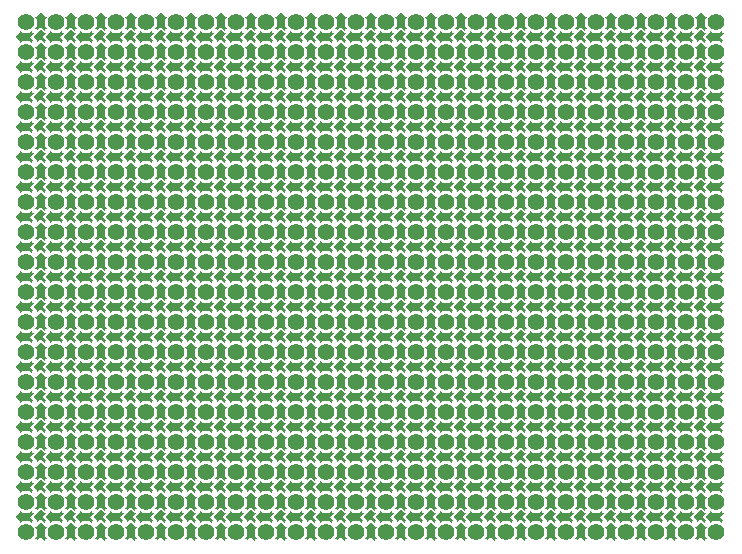
<source format=gbr>
G04 #@! TF.GenerationSoftware,KiCad,Pcbnew,9.0.1*
G04 #@! TF.CreationDate,2025-05-07T00:14:45-04:00*
G04 #@! TF.ProjectId,matrix-protoboard_18x24,6d617472-6978-42d7-9072-6f746f626f61,rev?*
G04 #@! TF.SameCoordinates,Original*
G04 #@! TF.FileFunction,Copper,L2,Bot*
G04 #@! TF.FilePolarity,Positive*
%FSLAX46Y46*%
G04 Gerber Fmt 4.6, Leading zero omitted, Abs format (unit mm)*
G04 Created by KiCad (PCBNEW 9.0.1) date 2025-05-07 00:14:45*
%MOMM*%
%LPD*%
G01*
G04 APERTURE LIST*
G04 Aperture macros list*
%AMFreePoly0*
4,1,38,0.000354,0.765354,0.325208,0.440500,0.550000,0.440500,0.550354,0.440354,0.550500,0.440000,0.550354,0.439646,0.350500,0.239792,0.350500,-0.359792,0.550354,-0.559646,0.550500,-0.560000,0.550354,-0.560354,0.550000,-0.560500,0.338500,-0.560500,0.338500,-0.763000,0.338354,-0.763354,0.338000,-0.763500,0.337646,-0.763354,-0.000208,-0.425500,-0.009792,-0.425500,-0.347646,-0.763354,
-0.348000,-0.763500,-0.348354,-0.763354,-0.348500,-0.763000,-0.348500,-0.560500,-0.550000,-0.560500,-0.550354,-0.560354,-0.550500,-0.560000,-0.550354,-0.559646,-0.350500,-0.359792,-0.350500,0.239792,-0.550354,0.439646,-0.550500,0.440000,-0.550354,0.440354,-0.550000,0.440500,-0.325208,0.440500,-0.000354,0.765354,0.000000,0.765500,0.000354,0.765354,0.000354,0.765354,$1*%
%AMFreePoly1*
4,1,28,0.060354,0.560354,0.357208,0.263500,0.583000,0.263500,0.583354,0.263354,0.583500,0.263000,0.583354,0.262646,0.235708,-0.085000,0.582354,-0.431646,0.582500,-0.432000,0.582354,-0.432354,0.582000,-0.432500,0.407500,-0.432500,0.407500,-0.607000,0.407354,-0.607354,0.407000,-0.607500,0.406646,-0.607354,0.060000,-0.260708,-0.287646,-0.608354,-0.288000,-0.608500,-0.288354,-0.608354,
-0.288500,-0.608000,-0.288500,-0.382208,-0.585354,-0.085354,-0.585500,-0.085000,-0.585354,-0.084646,0.059646,0.560354,0.060000,0.560500,0.060354,0.560354,0.060354,0.560354,$1*%
G04 Aperture macros list end*
G04 #@! TA.AperFunction,SMDPad,CuDef*
%ADD10FreePoly0,0.000000*%
G04 #@! TD*
G04 #@! TA.AperFunction,ComponentPad*
%ADD11C,1.400000*%
G04 #@! TD*
G04 #@! TA.AperFunction,SMDPad,CuDef*
%ADD12FreePoly0,90.000000*%
G04 #@! TD*
G04 #@! TA.AperFunction,SMDPad,CuDef*
%ADD13FreePoly1,0.000000*%
G04 #@! TD*
G04 APERTURE END LIST*
D10*
X120550000Y-111790000D03*
D11*
X98960000Y-83910000D03*
D10*
X95150000Y-71150000D03*
D12*
X91280000Y-82640000D03*
D11*
X111660000Y-101690000D03*
D12*
X131920000Y-97880000D03*
D13*
X97630000Y-77475000D03*
D12*
X96360000Y-100420000D03*
D11*
X116740000Y-81370000D03*
D13*
X138270000Y-97795000D03*
D11*
X96420000Y-83910000D03*
D12*
X106520000Y-87720000D03*
X126840000Y-108040000D03*
D13*
X128110000Y-100335000D03*
D11*
X91340000Y-76290000D03*
X104040000Y-106770000D03*
D13*
X87470000Y-95255000D03*
D11*
X83720000Y-106770000D03*
X111660000Y-68670000D03*
D10*
X97690000Y-106710000D03*
D13*
X133190000Y-77475000D03*
D12*
X88740000Y-82640000D03*
X111600000Y-72480000D03*
D11*
X91340000Y-71210000D03*
D12*
X83660000Y-69940000D03*
D11*
X111660000Y-83910000D03*
X93880000Y-111850000D03*
D13*
X110330000Y-102875000D03*
D10*
X125630000Y-86390000D03*
D13*
X105250000Y-85095000D03*
D11*
X91340000Y-78830000D03*
D10*
X138330000Y-76230000D03*
D11*
X126900000Y-99150000D03*
D10*
X92610000Y-76230000D03*
D12*
X111600000Y-80100000D03*
D11*
X131980000Y-96610000D03*
D10*
X130710000Y-71150000D03*
X95150000Y-101630000D03*
D13*
X87470000Y-69855000D03*
D11*
X129440000Y-91530000D03*
D12*
X86200000Y-75020000D03*
D11*
X111660000Y-86450000D03*
D13*
X125570000Y-100335000D03*
D10*
X110390000Y-104170000D03*
X105310000Y-94010000D03*
D13*
X115410000Y-107955000D03*
D11*
X101500000Y-101690000D03*
D12*
X114140000Y-102960000D03*
X129380000Y-97880000D03*
D10*
X107850000Y-81310000D03*
D13*
X115410000Y-85095000D03*
D11*
X91340000Y-73750000D03*
D10*
X105310000Y-96550000D03*
D13*
X125570000Y-72395000D03*
D10*
X87530000Y-99090000D03*
X112930000Y-83850000D03*
D12*
X93820000Y-69940000D03*
X126840000Y-85180000D03*
D10*
X138330000Y-106710000D03*
D11*
X106580000Y-86450000D03*
D13*
X130650000Y-95255000D03*
X102710000Y-95255000D03*
X117950000Y-77475000D03*
D12*
X106520000Y-77560000D03*
X129380000Y-77560000D03*
D13*
X125570000Y-102875000D03*
D12*
X93820000Y-75020000D03*
D13*
X120490000Y-105415000D03*
D11*
X93880000Y-68670000D03*
D12*
X142080000Y-110580000D03*
X121760000Y-80100000D03*
D10*
X84990000Y-86390000D03*
X140870000Y-91470000D03*
D11*
X86260000Y-101690000D03*
X139600000Y-96610000D03*
D12*
X121760000Y-75020000D03*
X98900000Y-77560000D03*
D10*
X97690000Y-73690000D03*
X84990000Y-91470000D03*
D12*
X96360000Y-69940000D03*
D13*
X100170000Y-105415000D03*
D12*
X124300000Y-100420000D03*
D13*
X105250000Y-90175000D03*
D10*
X84990000Y-94010000D03*
D12*
X91280000Y-87720000D03*
D13*
X95090000Y-74935000D03*
D12*
X129380000Y-82640000D03*
D11*
X86260000Y-111850000D03*
X93880000Y-86450000D03*
X83720000Y-96610000D03*
D12*
X121760000Y-77560000D03*
X139540000Y-69940000D03*
D13*
X140810000Y-110495000D03*
D11*
X126900000Y-111850000D03*
D10*
X140870000Y-101630000D03*
D12*
X114140000Y-85180000D03*
D13*
X128110000Y-90175000D03*
D12*
X119220000Y-90260000D03*
D10*
X107850000Y-111790000D03*
D11*
X96420000Y-109310000D03*
D13*
X120490000Y-90175000D03*
X120490000Y-82555000D03*
X105250000Y-105415000D03*
X110330000Y-80015000D03*
D11*
X106580000Y-81370000D03*
D10*
X90070000Y-83850000D03*
X120550000Y-104170000D03*
D11*
X126900000Y-81370000D03*
D10*
X128170000Y-111790000D03*
X97690000Y-99090000D03*
D12*
X111600000Y-75020000D03*
D10*
X123090000Y-94010000D03*
D12*
X124300000Y-75020000D03*
D11*
X121820000Y-96610000D03*
X124360000Y-83910000D03*
D10*
X84990000Y-99090000D03*
D12*
X124300000Y-82640000D03*
X129380000Y-87720000D03*
D11*
X101500000Y-104230000D03*
D10*
X105310000Y-83850000D03*
X102770000Y-73690000D03*
D11*
X106580000Y-73750000D03*
D10*
X118010000Y-78770000D03*
D12*
X98900000Y-87720000D03*
D13*
X135730000Y-74935000D03*
D10*
X138330000Y-86390000D03*
D13*
X128110000Y-72395000D03*
X105250000Y-100335000D03*
D10*
X84990000Y-109250000D03*
X112930000Y-96550000D03*
D12*
X83660000Y-110580000D03*
X126840000Y-110580000D03*
D10*
X118010000Y-81310000D03*
D12*
X131920000Y-95340000D03*
D11*
X137060000Y-68670000D03*
X131980000Y-104230000D03*
D10*
X87530000Y-73690000D03*
X133250000Y-99090000D03*
D12*
X137000000Y-77560000D03*
D13*
X100170000Y-107955000D03*
D11*
X114200000Y-96610000D03*
D12*
X106520000Y-105500000D03*
D11*
X83720000Y-104230000D03*
D13*
X92550000Y-100335000D03*
D10*
X135790000Y-83850000D03*
X115470000Y-76230000D03*
D13*
X115410000Y-74935000D03*
D11*
X93880000Y-88990000D03*
D10*
X140870000Y-111790000D03*
D13*
X120490000Y-87635000D03*
X112870000Y-77475000D03*
D10*
X97690000Y-111790000D03*
X105310000Y-71150000D03*
D12*
X88740000Y-87720000D03*
D11*
X91340000Y-86450000D03*
D12*
X116680000Y-82640000D03*
X134460000Y-97880000D03*
D11*
X139600000Y-99150000D03*
D12*
X101440000Y-110580000D03*
D13*
X117950000Y-107955000D03*
D10*
X118010000Y-94010000D03*
D12*
X109060000Y-77560000D03*
X131920000Y-75020000D03*
D10*
X123090000Y-71150000D03*
D11*
X116740000Y-109310000D03*
D10*
X115470000Y-99090000D03*
D12*
X111600000Y-102960000D03*
D10*
X133250000Y-91470000D03*
D11*
X126900000Y-109310000D03*
D12*
X91280000Y-72480000D03*
D11*
X142140000Y-73750000D03*
D13*
X87470000Y-102875000D03*
D11*
X106580000Y-94070000D03*
D12*
X86200000Y-95340000D03*
D10*
X92610000Y-88930000D03*
D12*
X98900000Y-80100000D03*
X106520000Y-80100000D03*
X111600000Y-87720000D03*
X142080000Y-97880000D03*
X116680000Y-105500000D03*
D10*
X115470000Y-86390000D03*
X118010000Y-109250000D03*
X138330000Y-71150000D03*
D12*
X131920000Y-90260000D03*
D13*
X84930000Y-97795000D03*
X95090000Y-107955000D03*
D10*
X112930000Y-106710000D03*
D11*
X116740000Y-91530000D03*
D12*
X134460000Y-92800000D03*
D11*
X142140000Y-104230000D03*
D12*
X106520000Y-100420000D03*
X119220000Y-108040000D03*
D11*
X106580000Y-99150000D03*
D10*
X102770000Y-106710000D03*
D13*
X123030000Y-72395000D03*
D11*
X109120000Y-104230000D03*
X129440000Y-83910000D03*
X114200000Y-91530000D03*
D10*
X102770000Y-81310000D03*
X110390000Y-83850000D03*
D11*
X86260000Y-96610000D03*
D12*
X131920000Y-108040000D03*
D10*
X128170000Y-73690000D03*
D11*
X131980000Y-76290000D03*
X131980000Y-99150000D03*
D10*
X92610000Y-91470000D03*
D13*
X97630000Y-92715000D03*
D11*
X91340000Y-96610000D03*
X98960000Y-106770000D03*
D10*
X95150000Y-68610000D03*
D12*
X96360000Y-105500000D03*
D10*
X95150000Y-96550000D03*
D13*
X110330000Y-92715000D03*
D12*
X91280000Y-69940000D03*
D11*
X96420000Y-91530000D03*
X96420000Y-68670000D03*
X119280000Y-83910000D03*
D12*
X116680000Y-72480000D03*
D10*
X120550000Y-71150000D03*
D13*
X87470000Y-72395000D03*
D12*
X131920000Y-82640000D03*
D10*
X110390000Y-94010000D03*
X107850000Y-88930000D03*
D13*
X123030000Y-85095000D03*
D11*
X104040000Y-71210000D03*
D13*
X84930000Y-105415000D03*
D12*
X124300000Y-85180000D03*
X119220000Y-97880000D03*
D13*
X138270000Y-92715000D03*
D11*
X83720000Y-83910000D03*
X129440000Y-99150000D03*
D13*
X102710000Y-102875000D03*
D10*
X120550000Y-96550000D03*
D12*
X111600000Y-97880000D03*
D11*
X104040000Y-73750000D03*
X109120000Y-81370000D03*
D12*
X137000000Y-90260000D03*
D13*
X107790000Y-87635000D03*
D11*
X114200000Y-99150000D03*
D10*
X118010000Y-71150000D03*
D12*
X93820000Y-97880000D03*
D10*
X95150000Y-99090000D03*
D11*
X124360000Y-73750000D03*
D12*
X101440000Y-108040000D03*
X142080000Y-85180000D03*
D13*
X110330000Y-95255000D03*
X107790000Y-69855000D03*
X140810000Y-74935000D03*
D11*
X98960000Y-68670000D03*
X142140000Y-109310000D03*
D13*
X135730000Y-107955000D03*
D10*
X118010000Y-96550000D03*
D13*
X120490000Y-107955000D03*
X97630000Y-100335000D03*
D10*
X112930000Y-99090000D03*
D12*
X98900000Y-102960000D03*
D13*
X107790000Y-107955000D03*
D10*
X135790000Y-99090000D03*
X87530000Y-111790000D03*
D11*
X121820000Y-106770000D03*
X114200000Y-101690000D03*
D10*
X130710000Y-106710000D03*
X107850000Y-76230000D03*
D12*
X142080000Y-95340000D03*
X86200000Y-80100000D03*
D11*
X119280000Y-99150000D03*
D12*
X139540000Y-105500000D03*
D10*
X105310000Y-73690000D03*
D13*
X128110000Y-92715000D03*
D10*
X102770000Y-109250000D03*
X87530000Y-109250000D03*
X107850000Y-73690000D03*
D11*
X129440000Y-96610000D03*
D10*
X102770000Y-99090000D03*
X123090000Y-106710000D03*
D12*
X124300000Y-108040000D03*
D13*
X105250000Y-77475000D03*
D12*
X101440000Y-95340000D03*
X116680000Y-90260000D03*
X98900000Y-85180000D03*
D13*
X92550000Y-97795000D03*
X107790000Y-74935000D03*
D10*
X128170000Y-101630000D03*
X120550000Y-91470000D03*
D11*
X101500000Y-83910000D03*
D10*
X125630000Y-78770000D03*
D12*
X131920000Y-105500000D03*
X103980000Y-100420000D03*
D11*
X137060000Y-104230000D03*
X142140000Y-94070000D03*
X91340000Y-106770000D03*
D10*
X92610000Y-86390000D03*
D11*
X142140000Y-88990000D03*
X111660000Y-104230000D03*
D10*
X140870000Y-99090000D03*
D13*
X95090000Y-87635000D03*
X138270000Y-110495000D03*
D12*
X91280000Y-75020000D03*
D13*
X138270000Y-72395000D03*
X135730000Y-87635000D03*
D10*
X120550000Y-78770000D03*
D12*
X139540000Y-95340000D03*
X103980000Y-80100000D03*
X101440000Y-87720000D03*
X126840000Y-80100000D03*
D11*
X139600000Y-78830000D03*
D13*
X87470000Y-100335000D03*
X84930000Y-95255000D03*
D12*
X131920000Y-87720000D03*
X109060000Y-85180000D03*
D11*
X126900000Y-71210000D03*
D10*
X87530000Y-71150000D03*
D12*
X98900000Y-82640000D03*
X106520000Y-90260000D03*
X114140000Y-72480000D03*
D13*
X125570000Y-107955000D03*
D11*
X101500000Y-111850000D03*
D10*
X125630000Y-96550000D03*
D12*
X116680000Y-80100000D03*
D13*
X115410000Y-87635000D03*
D12*
X114140000Y-75020000D03*
D10*
X128170000Y-86390000D03*
D11*
X104040000Y-76290000D03*
D13*
X123030000Y-80015000D03*
D11*
X83720000Y-86450000D03*
X116740000Y-99150000D03*
X119280000Y-101690000D03*
D12*
X91280000Y-90260000D03*
D11*
X137060000Y-106770000D03*
D10*
X135790000Y-101630000D03*
D13*
X100170000Y-72395000D03*
D11*
X111660000Y-96610000D03*
X91340000Y-101690000D03*
D10*
X110390000Y-96550000D03*
D11*
X93880000Y-101690000D03*
D13*
X102710000Y-80015000D03*
X138270000Y-77475000D03*
D11*
X119280000Y-71210000D03*
D10*
X112930000Y-86390000D03*
X95150000Y-86390000D03*
D12*
X139540000Y-97880000D03*
D10*
X115470000Y-83850000D03*
X84990000Y-88930000D03*
D13*
X84930000Y-92715000D03*
D10*
X140870000Y-94010000D03*
D12*
X98900000Y-75020000D03*
D13*
X117950000Y-95255000D03*
D10*
X105310000Y-68610000D03*
X125630000Y-104170000D03*
X92610000Y-73690000D03*
D13*
X84930000Y-102875000D03*
D12*
X88740000Y-69940000D03*
D10*
X133250000Y-71150000D03*
D13*
X100170000Y-80015000D03*
D10*
X112930000Y-91470000D03*
D11*
X98960000Y-91530000D03*
D12*
X139540000Y-90260000D03*
D10*
X140870000Y-78770000D03*
D12*
X86200000Y-105500000D03*
D13*
X90010000Y-80015000D03*
D12*
X116680000Y-92800000D03*
X88740000Y-90260000D03*
X134460000Y-100420000D03*
D13*
X97630000Y-97795000D03*
D11*
X111660000Y-99150000D03*
D10*
X123090000Y-109250000D03*
D11*
X137060000Y-94070000D03*
D10*
X125630000Y-101630000D03*
D12*
X88740000Y-72480000D03*
D11*
X111660000Y-94070000D03*
D10*
X92610000Y-81310000D03*
D11*
X137060000Y-86450000D03*
X106580000Y-71210000D03*
D12*
X91280000Y-97880000D03*
D13*
X90010000Y-87635000D03*
D10*
X107850000Y-94010000D03*
D13*
X117950000Y-97795000D03*
X90010000Y-95255000D03*
D11*
X116740000Y-83910000D03*
D13*
X112870000Y-95255000D03*
D12*
X98900000Y-105500000D03*
D11*
X131980000Y-71210000D03*
D13*
X100170000Y-92715000D03*
D11*
X96420000Y-73750000D03*
D10*
X105310000Y-78770000D03*
X110390000Y-73690000D03*
X120550000Y-109250000D03*
D12*
X142080000Y-82640000D03*
D10*
X125630000Y-109250000D03*
X92610000Y-109250000D03*
X84990000Y-96550000D03*
D11*
X91340000Y-91530000D03*
D13*
X97630000Y-105415000D03*
D12*
X96360000Y-77560000D03*
D11*
X98960000Y-94070000D03*
D10*
X90070000Y-81310000D03*
X107850000Y-109250000D03*
D12*
X96360000Y-110580000D03*
D13*
X133190000Y-92715000D03*
X87470000Y-92715000D03*
D10*
X100230000Y-96550000D03*
X130710000Y-111790000D03*
D13*
X110330000Y-82555000D03*
D11*
X119280000Y-76290000D03*
D13*
X107790000Y-77475000D03*
D11*
X126900000Y-101690000D03*
D13*
X117950000Y-82555000D03*
X130650000Y-105415000D03*
D10*
X125630000Y-111790000D03*
D12*
X91280000Y-102960000D03*
X124300000Y-87720000D03*
X131920000Y-72480000D03*
D13*
X117950000Y-87635000D03*
D10*
X130710000Y-91470000D03*
D11*
X98960000Y-71210000D03*
D13*
X92550000Y-95255000D03*
D11*
X109120000Y-78830000D03*
D10*
X90070000Y-86390000D03*
D13*
X135730000Y-102875000D03*
D10*
X115470000Y-106710000D03*
D12*
X114140000Y-90260000D03*
D11*
X88800000Y-68670000D03*
D10*
X135790000Y-109250000D03*
X140870000Y-104170000D03*
D11*
X139600000Y-86450000D03*
D12*
X96360000Y-92800000D03*
D10*
X105310000Y-76230000D03*
X97690000Y-76230000D03*
D13*
X125570000Y-97795000D03*
D11*
X142140000Y-71210000D03*
D12*
X129380000Y-102960000D03*
X86200000Y-82640000D03*
X121760000Y-105500000D03*
D11*
X106580000Y-111850000D03*
D12*
X103980000Y-77560000D03*
D13*
X133190000Y-95255000D03*
D12*
X98900000Y-95340000D03*
X91280000Y-100420000D03*
D11*
X139600000Y-91530000D03*
D13*
X130650000Y-72395000D03*
X125570000Y-74935000D03*
D10*
X135790000Y-86390000D03*
D12*
X83660000Y-90260000D03*
D11*
X121820000Y-109310000D03*
X83720000Y-73750000D03*
D12*
X111600000Y-105500000D03*
X93820000Y-77560000D03*
D11*
X104040000Y-68670000D03*
X88800000Y-109310000D03*
D10*
X140870000Y-88930000D03*
D11*
X101500000Y-109310000D03*
X134520000Y-68670000D03*
D12*
X139540000Y-82640000D03*
X134460000Y-87720000D03*
D11*
X109120000Y-68670000D03*
D13*
X107790000Y-72395000D03*
D10*
X123090000Y-104170000D03*
D11*
X129440000Y-94070000D03*
X134520000Y-71210000D03*
X137060000Y-81370000D03*
D13*
X87470000Y-110495000D03*
D12*
X116680000Y-97880000D03*
D13*
X112870000Y-97795000D03*
D10*
X115470000Y-111790000D03*
D11*
X111660000Y-73750000D03*
D12*
X103980000Y-85180000D03*
X98900000Y-100420000D03*
D11*
X129440000Y-73750000D03*
D12*
X93820000Y-102960000D03*
D13*
X125570000Y-80015000D03*
D11*
X114200000Y-106770000D03*
D12*
X119220000Y-95340000D03*
D11*
X114200000Y-71210000D03*
D12*
X121760000Y-87720000D03*
X114140000Y-87720000D03*
X88740000Y-75020000D03*
X121760000Y-110580000D03*
D13*
X128110000Y-87635000D03*
X90010000Y-105415000D03*
D11*
X142140000Y-106770000D03*
D10*
X112930000Y-71150000D03*
D12*
X109060000Y-102960000D03*
D10*
X138330000Y-73690000D03*
D12*
X88740000Y-77560000D03*
D11*
X111660000Y-78830000D03*
X142140000Y-68670000D03*
D13*
X92550000Y-107955000D03*
X100170000Y-85095000D03*
D11*
X116740000Y-73750000D03*
D12*
X103980000Y-69940000D03*
D10*
X110390000Y-101630000D03*
D12*
X116680000Y-85180000D03*
D10*
X100230000Y-86390000D03*
D13*
X125570000Y-85095000D03*
D11*
X139600000Y-88990000D03*
D12*
X109060000Y-110580000D03*
D10*
X125630000Y-68610000D03*
D13*
X105250000Y-95255000D03*
D12*
X86200000Y-100420000D03*
X101440000Y-105500000D03*
D11*
X101500000Y-106770000D03*
D12*
X126840000Y-102960000D03*
D10*
X97690000Y-83850000D03*
D13*
X97630000Y-69855000D03*
D11*
X111660000Y-106770000D03*
D10*
X133250000Y-73690000D03*
D11*
X124360000Y-104230000D03*
D10*
X133250000Y-109250000D03*
D11*
X139600000Y-101690000D03*
D12*
X134460000Y-90260000D03*
D13*
X97630000Y-72395000D03*
D10*
X118010000Y-73690000D03*
X110390000Y-76230000D03*
X95150000Y-106710000D03*
X95150000Y-111790000D03*
D12*
X114140000Y-80100000D03*
D13*
X112870000Y-82555000D03*
X138270000Y-105415000D03*
D12*
X101440000Y-69940000D03*
X142080000Y-108040000D03*
X142080000Y-80100000D03*
D10*
X115470000Y-91470000D03*
X115470000Y-88930000D03*
X84990000Y-73690000D03*
D13*
X97630000Y-87635000D03*
D12*
X109060000Y-90260000D03*
D11*
X129440000Y-78830000D03*
D13*
X112870000Y-74935000D03*
X133190000Y-100335000D03*
X125570000Y-77475000D03*
D11*
X139600000Y-106770000D03*
X88800000Y-78830000D03*
X88800000Y-91530000D03*
D13*
X128110000Y-97795000D03*
D11*
X104040000Y-78830000D03*
X96420000Y-94070000D03*
X142140000Y-91530000D03*
X116740000Y-104230000D03*
D10*
X112930000Y-78770000D03*
X130710000Y-83850000D03*
X115470000Y-68610000D03*
D11*
X93880000Y-94070000D03*
X114200000Y-88990000D03*
X104040000Y-104230000D03*
D13*
X95090000Y-77475000D03*
X133190000Y-72395000D03*
X117950000Y-105415000D03*
D12*
X126840000Y-92800000D03*
D13*
X105250000Y-80015000D03*
D10*
X102770000Y-94010000D03*
X95150000Y-109250000D03*
D12*
X103980000Y-90260000D03*
D13*
X90010000Y-77475000D03*
X84930000Y-90175000D03*
D10*
X123090000Y-86390000D03*
D13*
X100170000Y-74935000D03*
X105250000Y-69855000D03*
D11*
X126900000Y-76290000D03*
D13*
X102710000Y-110495000D03*
D10*
X105310000Y-109250000D03*
D11*
X139600000Y-83910000D03*
X121820000Y-111850000D03*
X121820000Y-81370000D03*
X134520000Y-94070000D03*
D13*
X125570000Y-90175000D03*
X123030000Y-100335000D03*
X105250000Y-74935000D03*
D10*
X102770000Y-68610000D03*
D12*
X101440000Y-85180000D03*
D11*
X111660000Y-76290000D03*
D10*
X107850000Y-96550000D03*
D12*
X137000000Y-110580000D03*
X139540000Y-72480000D03*
X83660000Y-97880000D03*
X96360000Y-90260000D03*
X142080000Y-100420000D03*
D10*
X133250000Y-81310000D03*
D12*
X121760000Y-82640000D03*
D13*
X90010000Y-100335000D03*
X100170000Y-90175000D03*
D12*
X86200000Y-97880000D03*
D10*
X102770000Y-76230000D03*
D12*
X111600000Y-108040000D03*
D11*
X83720000Y-71210000D03*
X142140000Y-101690000D03*
D13*
X135730000Y-82555000D03*
D11*
X126900000Y-94070000D03*
X119280000Y-88990000D03*
D10*
X97690000Y-88930000D03*
D13*
X92550000Y-92715000D03*
D11*
X121820000Y-73750000D03*
X88800000Y-94070000D03*
X101500000Y-99150000D03*
D10*
X102770000Y-83850000D03*
D12*
X139540000Y-92800000D03*
D11*
X83720000Y-78830000D03*
D12*
X126840000Y-72480000D03*
D10*
X95150000Y-91470000D03*
D12*
X86200000Y-108040000D03*
D11*
X124360000Y-86450000D03*
D10*
X102770000Y-88930000D03*
D13*
X110330000Y-105415000D03*
D12*
X121760000Y-100420000D03*
X83660000Y-77560000D03*
D13*
X95090000Y-85095000D03*
D10*
X84990000Y-68610000D03*
D11*
X86260000Y-83910000D03*
D13*
X110330000Y-72395000D03*
X84930000Y-74935000D03*
D11*
X139600000Y-81370000D03*
D10*
X135790000Y-78770000D03*
D13*
X90010000Y-85095000D03*
D10*
X112930000Y-81310000D03*
D12*
X88740000Y-80100000D03*
D11*
X83720000Y-111850000D03*
X96420000Y-111850000D03*
X124360000Y-111850000D03*
D10*
X97690000Y-86390000D03*
D12*
X114140000Y-77560000D03*
X106520000Y-72480000D03*
X96360000Y-87720000D03*
D13*
X140810000Y-87635000D03*
D12*
X91280000Y-85180000D03*
D11*
X88800000Y-83910000D03*
D13*
X95090000Y-80015000D03*
X130650000Y-102875000D03*
D11*
X131980000Y-88990000D03*
X93880000Y-104230000D03*
D12*
X119220000Y-75020000D03*
X137000000Y-75020000D03*
D13*
X120490000Y-100335000D03*
X128110000Y-102875000D03*
X125570000Y-82555000D03*
D11*
X114200000Y-111850000D03*
D12*
X106520000Y-95340000D03*
D11*
X134520000Y-83910000D03*
X126900000Y-96610000D03*
X83720000Y-81370000D03*
D13*
X92550000Y-74935000D03*
D10*
X95150000Y-94010000D03*
D12*
X134460000Y-77560000D03*
X121760000Y-90260000D03*
D13*
X117950000Y-74935000D03*
D12*
X114140000Y-108040000D03*
D11*
X134520000Y-78830000D03*
D13*
X102710000Y-90175000D03*
D12*
X124300000Y-72480000D03*
D11*
X131980000Y-106770000D03*
D10*
X100230000Y-68610000D03*
D11*
X134520000Y-88990000D03*
D10*
X133250000Y-96550000D03*
D13*
X120490000Y-92715000D03*
D12*
X93820000Y-95340000D03*
D13*
X97630000Y-95255000D03*
D11*
X142140000Y-83910000D03*
D12*
X96360000Y-95340000D03*
D13*
X92550000Y-85095000D03*
D10*
X110390000Y-111790000D03*
D13*
X100170000Y-110495000D03*
D11*
X101500000Y-76290000D03*
D10*
X138330000Y-68610000D03*
D13*
X100170000Y-87635000D03*
D12*
X137000000Y-97880000D03*
D11*
X134520000Y-111850000D03*
D12*
X124300000Y-105500000D03*
D11*
X106580000Y-96610000D03*
D12*
X126840000Y-90260000D03*
D13*
X138270000Y-80015000D03*
D10*
X133250000Y-86390000D03*
D13*
X102710000Y-97795000D03*
D12*
X109060000Y-69940000D03*
D11*
X134520000Y-86450000D03*
D13*
X84930000Y-82555000D03*
X130650000Y-85095000D03*
D11*
X96420000Y-88990000D03*
X101500000Y-78830000D03*
D10*
X130710000Y-81310000D03*
X112930000Y-101630000D03*
D13*
X90010000Y-74935000D03*
D11*
X124360000Y-76290000D03*
D10*
X138330000Y-81310000D03*
D11*
X86260000Y-109310000D03*
D13*
X107790000Y-97795000D03*
D12*
X131920000Y-85180000D03*
D10*
X102770000Y-86390000D03*
D11*
X88800000Y-111850000D03*
D10*
X90070000Y-78770000D03*
X125630000Y-106710000D03*
D11*
X139600000Y-71210000D03*
D12*
X131920000Y-77560000D03*
X111600000Y-77560000D03*
X101440000Y-102960000D03*
D13*
X112870000Y-110495000D03*
D12*
X83660000Y-92800000D03*
D10*
X128170000Y-68610000D03*
D12*
X83660000Y-75020000D03*
D11*
X101500000Y-71210000D03*
D13*
X110330000Y-87635000D03*
D10*
X133250000Y-94010000D03*
X100230000Y-111790000D03*
D12*
X126840000Y-87720000D03*
D10*
X115470000Y-73690000D03*
X97690000Y-91470000D03*
D11*
X134520000Y-99150000D03*
D13*
X95090000Y-97795000D03*
D10*
X102770000Y-104170000D03*
X87530000Y-101630000D03*
D12*
X86200000Y-85180000D03*
D11*
X134520000Y-106770000D03*
D10*
X90070000Y-96550000D03*
D12*
X134460000Y-75020000D03*
D11*
X137060000Y-99150000D03*
X116740000Y-76290000D03*
D10*
X135790000Y-81310000D03*
D13*
X107790000Y-82555000D03*
D12*
X134460000Y-110580000D03*
D11*
X114200000Y-86450000D03*
X124360000Y-106770000D03*
X101500000Y-81370000D03*
D12*
X134460000Y-102960000D03*
D10*
X95150000Y-104170000D03*
D13*
X120490000Y-80015000D03*
D11*
X109120000Y-109310000D03*
D12*
X83660000Y-102960000D03*
X116680000Y-102960000D03*
D13*
X115410000Y-72395000D03*
D10*
X140870000Y-109250000D03*
D12*
X139540000Y-87720000D03*
D13*
X105250000Y-97795000D03*
D11*
X134520000Y-101690000D03*
D13*
X135730000Y-100335000D03*
D10*
X110390000Y-86390000D03*
D11*
X83720000Y-94070000D03*
X129440000Y-101690000D03*
D10*
X138330000Y-111790000D03*
D11*
X131980000Y-83910000D03*
D10*
X125630000Y-71150000D03*
D11*
X96420000Y-106770000D03*
X104040000Y-88990000D03*
D13*
X112870000Y-102875000D03*
X110330000Y-74935000D03*
D11*
X101500000Y-96610000D03*
D13*
X117950000Y-92715000D03*
D11*
X83720000Y-101690000D03*
D13*
X84930000Y-110495000D03*
X128110000Y-74935000D03*
X135730000Y-92715000D03*
X115410000Y-90175000D03*
X130650000Y-74935000D03*
D10*
X120550000Y-106710000D03*
X92610000Y-96550000D03*
X100230000Y-76230000D03*
D12*
X137000000Y-102960000D03*
D11*
X86260000Y-91530000D03*
X86260000Y-73750000D03*
D13*
X120490000Y-97795000D03*
X138270000Y-95255000D03*
X135730000Y-97795000D03*
D12*
X124300000Y-97880000D03*
D10*
X115470000Y-101630000D03*
D12*
X91280000Y-95340000D03*
D13*
X115410000Y-80015000D03*
X87470000Y-77475000D03*
D12*
X111600000Y-69940000D03*
X101440000Y-77560000D03*
X83660000Y-85180000D03*
D10*
X130710000Y-88930000D03*
D11*
X139600000Y-111850000D03*
D12*
X129380000Y-90260000D03*
X116680000Y-69940000D03*
X131920000Y-102960000D03*
D13*
X110330000Y-97795000D03*
D12*
X98900000Y-90260000D03*
D13*
X133190000Y-82555000D03*
D11*
X114200000Y-81370000D03*
D12*
X98900000Y-69940000D03*
D11*
X116740000Y-78830000D03*
D13*
X90010000Y-110495000D03*
D11*
X131980000Y-81370000D03*
D10*
X100230000Y-83850000D03*
D11*
X109120000Y-99150000D03*
D13*
X117950000Y-72395000D03*
D10*
X125630000Y-76230000D03*
X133250000Y-106710000D03*
D12*
X101440000Y-80100000D03*
D10*
X123090000Y-78770000D03*
X100230000Y-109250000D03*
D11*
X91340000Y-88990000D03*
X124360000Y-99150000D03*
D10*
X112930000Y-104170000D03*
D11*
X96420000Y-99150000D03*
D10*
X84990000Y-81310000D03*
D11*
X93880000Y-91530000D03*
D12*
X88740000Y-108040000D03*
D10*
X110390000Y-78770000D03*
D13*
X107790000Y-105415000D03*
X115410000Y-105415000D03*
D11*
X124360000Y-88990000D03*
D12*
X119220000Y-77560000D03*
X142080000Y-90260000D03*
D11*
X93880000Y-81370000D03*
D10*
X123090000Y-73690000D03*
D11*
X131980000Y-73750000D03*
X121820000Y-83910000D03*
D13*
X130650000Y-80015000D03*
X92550000Y-102875000D03*
X92550000Y-69855000D03*
D11*
X137060000Y-96610000D03*
D12*
X101440000Y-72480000D03*
D10*
X130710000Y-109250000D03*
D12*
X129380000Y-92800000D03*
D13*
X95090000Y-82555000D03*
X112870000Y-69855000D03*
D11*
X114200000Y-109310000D03*
D10*
X95150000Y-81310000D03*
D12*
X137000000Y-92800000D03*
X142080000Y-102960000D03*
D10*
X135790000Y-73690000D03*
D11*
X86260000Y-81370000D03*
D13*
X97630000Y-74935000D03*
D10*
X123090000Y-81310000D03*
X123090000Y-96550000D03*
D12*
X131920000Y-69940000D03*
D13*
X128110000Y-95255000D03*
D12*
X129380000Y-105500000D03*
D11*
X106580000Y-68670000D03*
D13*
X97630000Y-110495000D03*
D10*
X125630000Y-81310000D03*
D12*
X111600000Y-100420000D03*
D13*
X100170000Y-82555000D03*
D10*
X115470000Y-96550000D03*
D11*
X111660000Y-109310000D03*
D12*
X88740000Y-110580000D03*
X101440000Y-75020000D03*
D11*
X86260000Y-99150000D03*
D13*
X112870000Y-92715000D03*
D12*
X119220000Y-105500000D03*
D10*
X87530000Y-68610000D03*
X120550000Y-73690000D03*
D11*
X126900000Y-78830000D03*
X96420000Y-78830000D03*
X104040000Y-83910000D03*
D10*
X130710000Y-78770000D03*
D12*
X103980000Y-72480000D03*
D11*
X98960000Y-73750000D03*
D12*
X93820000Y-110580000D03*
D10*
X105310000Y-104170000D03*
D13*
X95090000Y-105415000D03*
X120490000Y-74935000D03*
D10*
X128170000Y-88930000D03*
D13*
X92550000Y-72395000D03*
D10*
X110390000Y-99090000D03*
X110390000Y-71150000D03*
D13*
X115410000Y-92715000D03*
D11*
X119280000Y-73750000D03*
X86260000Y-94070000D03*
D12*
X109060000Y-72480000D03*
D13*
X140810000Y-82555000D03*
X125570000Y-110495000D03*
D11*
X109120000Y-106770000D03*
D12*
X83660000Y-100420000D03*
D10*
X97690000Y-68610000D03*
D11*
X116740000Y-101690000D03*
D13*
X87470000Y-74935000D03*
D10*
X97690000Y-94010000D03*
D11*
X126900000Y-104230000D03*
D10*
X130710000Y-73690000D03*
D11*
X111660000Y-111850000D03*
D13*
X135730000Y-80015000D03*
X123030000Y-110495000D03*
D11*
X109120000Y-96610000D03*
X88800000Y-104230000D03*
D13*
X90010000Y-82555000D03*
X107790000Y-85095000D03*
D12*
X124300000Y-90260000D03*
D10*
X138330000Y-94010000D03*
D11*
X124360000Y-96610000D03*
X96420000Y-104230000D03*
D10*
X100230000Y-73690000D03*
D12*
X129380000Y-85180000D03*
D10*
X123090000Y-99090000D03*
D12*
X88740000Y-102960000D03*
D13*
X95090000Y-90175000D03*
D12*
X131920000Y-110580000D03*
D11*
X106580000Y-91530000D03*
X129440000Y-76290000D03*
D12*
X93820000Y-108040000D03*
D10*
X130710000Y-104170000D03*
D11*
X114200000Y-83910000D03*
D12*
X93820000Y-90260000D03*
X142080000Y-77560000D03*
D10*
X123090000Y-111790000D03*
D11*
X106580000Y-76290000D03*
X126900000Y-68670000D03*
D10*
X130710000Y-76230000D03*
X87530000Y-94010000D03*
D12*
X134460000Y-72480000D03*
D10*
X105310000Y-106710000D03*
D12*
X119220000Y-110580000D03*
X142080000Y-75020000D03*
D13*
X102710000Y-74935000D03*
D12*
X109060000Y-80100000D03*
D10*
X118010000Y-111790000D03*
X112930000Y-111790000D03*
D11*
X131980000Y-109310000D03*
D13*
X97630000Y-80015000D03*
D10*
X102770000Y-91470000D03*
D11*
X109120000Y-94070000D03*
D12*
X124300000Y-102960000D03*
D13*
X130650000Y-87635000D03*
D12*
X121760000Y-85180000D03*
X121760000Y-102960000D03*
X93820000Y-105500000D03*
X116680000Y-108040000D03*
D10*
X135790000Y-111790000D03*
D12*
X106520000Y-82640000D03*
D11*
X109120000Y-71210000D03*
D13*
X140810000Y-90175000D03*
D11*
X109120000Y-91530000D03*
X121820000Y-101690000D03*
D13*
X100170000Y-102875000D03*
D10*
X87530000Y-88930000D03*
D11*
X129440000Y-71210000D03*
D12*
X119220000Y-102960000D03*
D10*
X105310000Y-99090000D03*
D11*
X116740000Y-71210000D03*
D12*
X114140000Y-100420000D03*
X93820000Y-72480000D03*
X83660000Y-87720000D03*
D10*
X87530000Y-104170000D03*
X123090000Y-91470000D03*
D12*
X121760000Y-92800000D03*
D10*
X100230000Y-99090000D03*
D12*
X101440000Y-90260000D03*
D13*
X135730000Y-85095000D03*
D10*
X133250000Y-68610000D03*
X140870000Y-76230000D03*
D12*
X142080000Y-92800000D03*
D13*
X92550000Y-82555000D03*
D10*
X125630000Y-91470000D03*
D12*
X109060000Y-75020000D03*
D11*
X114200000Y-104230000D03*
X116740000Y-88990000D03*
D10*
X92610000Y-101630000D03*
X90070000Y-91470000D03*
D12*
X126840000Y-95340000D03*
X131920000Y-92800000D03*
D13*
X97630000Y-82555000D03*
D11*
X139600000Y-109310000D03*
D13*
X123030000Y-97795000D03*
D12*
X137000000Y-100420000D03*
D11*
X119280000Y-96610000D03*
D12*
X106520000Y-110580000D03*
D10*
X100230000Y-104170000D03*
D12*
X106520000Y-69940000D03*
X96360000Y-82640000D03*
D10*
X135790000Y-71150000D03*
D12*
X126840000Y-82640000D03*
D10*
X133250000Y-78770000D03*
D11*
X93880000Y-109310000D03*
D10*
X90070000Y-106710000D03*
D13*
X107790000Y-110495000D03*
D10*
X138330000Y-88930000D03*
D12*
X88740000Y-85180000D03*
D11*
X114200000Y-73750000D03*
D10*
X115470000Y-104170000D03*
D13*
X128110000Y-82555000D03*
X100170000Y-95255000D03*
D10*
X128170000Y-109250000D03*
D13*
X140810000Y-105415000D03*
D10*
X90070000Y-94010000D03*
X112930000Y-94010000D03*
D11*
X101500000Y-68670000D03*
D10*
X118010000Y-86390000D03*
X130710000Y-99090000D03*
D11*
X91340000Y-68670000D03*
D10*
X112930000Y-76230000D03*
X107850000Y-86390000D03*
D13*
X125570000Y-87635000D03*
X115410000Y-95255000D03*
D12*
X142080000Y-72480000D03*
D11*
X98960000Y-111850000D03*
D10*
X123090000Y-88930000D03*
D12*
X93820000Y-82640000D03*
X134460000Y-95340000D03*
X93820000Y-85180000D03*
D13*
X95090000Y-102875000D03*
D12*
X131920000Y-80100000D03*
D10*
X90070000Y-71150000D03*
X107850000Y-99090000D03*
D11*
X101500000Y-86450000D03*
X101500000Y-91530000D03*
D10*
X92610000Y-78770000D03*
D12*
X93820000Y-92800000D03*
D11*
X111660000Y-88990000D03*
D10*
X87530000Y-96550000D03*
D13*
X140810000Y-107955000D03*
D11*
X142140000Y-81370000D03*
X109120000Y-86450000D03*
D10*
X115470000Y-81310000D03*
D13*
X90010000Y-69855000D03*
D11*
X86260000Y-78830000D03*
D10*
X135790000Y-96550000D03*
D12*
X116680000Y-110580000D03*
D11*
X121820000Y-104230000D03*
D10*
X135790000Y-94010000D03*
X133250000Y-101630000D03*
D13*
X120490000Y-72395000D03*
D11*
X121820000Y-94070000D03*
D13*
X130650000Y-92715000D03*
D12*
X103980000Y-108040000D03*
D10*
X97690000Y-81310000D03*
X95150000Y-78770000D03*
X138330000Y-109250000D03*
D11*
X88800000Y-86450000D03*
D13*
X133190000Y-85095000D03*
X102710000Y-72395000D03*
X123030000Y-77475000D03*
D10*
X128170000Y-91470000D03*
D11*
X116740000Y-94070000D03*
D12*
X109060000Y-92800000D03*
X114140000Y-97880000D03*
D10*
X102770000Y-78770000D03*
D12*
X88740000Y-95340000D03*
D13*
X135730000Y-105415000D03*
D10*
X87530000Y-83850000D03*
D12*
X103980000Y-92800000D03*
D13*
X112870000Y-72395000D03*
D11*
X126900000Y-106770000D03*
D12*
X103980000Y-87720000D03*
D10*
X140870000Y-96550000D03*
D13*
X90010000Y-107955000D03*
D10*
X100230000Y-81310000D03*
D11*
X134520000Y-73750000D03*
D13*
X110330000Y-85095000D03*
D10*
X107850000Y-104170000D03*
D12*
X137000000Y-69940000D03*
X83660000Y-95340000D03*
X109060000Y-105500000D03*
D13*
X140810000Y-72395000D03*
X97630000Y-90175000D03*
D11*
X109120000Y-101690000D03*
D10*
X90070000Y-111790000D03*
D11*
X119280000Y-81370000D03*
X93880000Y-73750000D03*
D10*
X97690000Y-101630000D03*
D13*
X92550000Y-105415000D03*
X84930000Y-72395000D03*
X112870000Y-90175000D03*
D11*
X106580000Y-109310000D03*
D13*
X110330000Y-69855000D03*
D11*
X101500000Y-73750000D03*
D10*
X107850000Y-71150000D03*
D12*
X126840000Y-105500000D03*
X109060000Y-82640000D03*
D13*
X117950000Y-80015000D03*
D10*
X112930000Y-68610000D03*
X84990000Y-76230000D03*
D12*
X93820000Y-100420000D03*
D13*
X133190000Y-90175000D03*
X120490000Y-77475000D03*
D10*
X110390000Y-91470000D03*
X138330000Y-83850000D03*
X105310000Y-101630000D03*
D12*
X119220000Y-100420000D03*
X114140000Y-92800000D03*
D11*
X104040000Y-91530000D03*
D10*
X133250000Y-111790000D03*
D11*
X96420000Y-101690000D03*
D10*
X128170000Y-81310000D03*
X128170000Y-104170000D03*
D11*
X83720000Y-68670000D03*
D12*
X129380000Y-69940000D03*
D11*
X88800000Y-71210000D03*
X109120000Y-73750000D03*
D13*
X133190000Y-87635000D03*
X133190000Y-97795000D03*
X140810000Y-69855000D03*
D10*
X92610000Y-68610000D03*
D12*
X139540000Y-102960000D03*
D13*
X92550000Y-110495000D03*
D11*
X91340000Y-83910000D03*
D12*
X96360000Y-75020000D03*
D11*
X121820000Y-91530000D03*
D10*
X110390000Y-109250000D03*
D13*
X117950000Y-90175000D03*
D11*
X109120000Y-83910000D03*
D13*
X133190000Y-80015000D03*
D11*
X121820000Y-78830000D03*
D10*
X90070000Y-68610000D03*
D13*
X117950000Y-100335000D03*
X87470000Y-82555000D03*
D10*
X135790000Y-104170000D03*
X112930000Y-88930000D03*
D13*
X107790000Y-92715000D03*
X112870000Y-105415000D03*
D11*
X119280000Y-68670000D03*
X86260000Y-104230000D03*
D10*
X100230000Y-94010000D03*
D13*
X130650000Y-97795000D03*
X133190000Y-105415000D03*
D12*
X83660000Y-105500000D03*
D13*
X138270000Y-90175000D03*
D11*
X93880000Y-71210000D03*
X119280000Y-91530000D03*
X104040000Y-86450000D03*
D13*
X112870000Y-100335000D03*
D12*
X124300000Y-95340000D03*
X101440000Y-92800000D03*
D13*
X95090000Y-69855000D03*
D12*
X83660000Y-72480000D03*
D10*
X120550000Y-76230000D03*
D12*
X91280000Y-110580000D03*
D10*
X135790000Y-91470000D03*
D13*
X128110000Y-110495000D03*
D12*
X111600000Y-85180000D03*
D10*
X84990000Y-71150000D03*
D11*
X96420000Y-86450000D03*
X134520000Y-109310000D03*
D13*
X107790000Y-100335000D03*
D11*
X114200000Y-78830000D03*
D12*
X101440000Y-100420000D03*
D11*
X126900000Y-73750000D03*
D12*
X103980000Y-95340000D03*
D10*
X100230000Y-78770000D03*
D12*
X103980000Y-97880000D03*
X134460000Y-69940000D03*
D13*
X87470000Y-105415000D03*
D10*
X135790000Y-106710000D03*
X125630000Y-88930000D03*
D11*
X137060000Y-83910000D03*
D12*
X91280000Y-80100000D03*
D11*
X142140000Y-96610000D03*
D10*
X84990000Y-83850000D03*
X115470000Y-94010000D03*
X92610000Y-106710000D03*
D11*
X98960000Y-76290000D03*
D10*
X92610000Y-94010000D03*
D12*
X131920000Y-100420000D03*
D10*
X97690000Y-71150000D03*
D13*
X123030000Y-90175000D03*
D12*
X124300000Y-80100000D03*
D10*
X138330000Y-101630000D03*
D13*
X115410000Y-69855000D03*
X100170000Y-69855000D03*
X90010000Y-97795000D03*
D11*
X134520000Y-104230000D03*
D13*
X100170000Y-100335000D03*
X87470000Y-87635000D03*
D10*
X123090000Y-83850000D03*
D12*
X98900000Y-108040000D03*
D11*
X96420000Y-71210000D03*
D13*
X97630000Y-102875000D03*
D10*
X100230000Y-101630000D03*
D11*
X124360000Y-91530000D03*
D13*
X87470000Y-80015000D03*
D11*
X83720000Y-88990000D03*
D13*
X133190000Y-110495000D03*
X138270000Y-74935000D03*
X84930000Y-87635000D03*
D12*
X93820000Y-87720000D03*
D11*
X142140000Y-78830000D03*
X104040000Y-99150000D03*
D12*
X98900000Y-97880000D03*
D11*
X137060000Y-88990000D03*
X93880000Y-78830000D03*
X111660000Y-71210000D03*
D12*
X103980000Y-110580000D03*
D11*
X131980000Y-91530000D03*
D10*
X118010000Y-99090000D03*
D11*
X119280000Y-109310000D03*
D12*
X101440000Y-82640000D03*
D13*
X115410000Y-82555000D03*
D11*
X88800000Y-81370000D03*
D13*
X102710000Y-92715000D03*
X123030000Y-92715000D03*
D10*
X90070000Y-88930000D03*
X87530000Y-91470000D03*
X115470000Y-78770000D03*
D11*
X124360000Y-71210000D03*
D13*
X133190000Y-102875000D03*
D12*
X119220000Y-82640000D03*
D10*
X107850000Y-78770000D03*
D11*
X137060000Y-78830000D03*
D12*
X119220000Y-92800000D03*
D11*
X119280000Y-106770000D03*
X139600000Y-76290000D03*
D13*
X84930000Y-80015000D03*
D12*
X103980000Y-82640000D03*
X139540000Y-80100000D03*
D11*
X86260000Y-71210000D03*
D10*
X130710000Y-68610000D03*
X133250000Y-76230000D03*
D13*
X128110000Y-107955000D03*
D12*
X137000000Y-105500000D03*
X121760000Y-108040000D03*
D13*
X102710000Y-69855000D03*
D12*
X121760000Y-72480000D03*
D10*
X138330000Y-91470000D03*
D13*
X107790000Y-95255000D03*
D10*
X92610000Y-71150000D03*
D13*
X120490000Y-95255000D03*
D10*
X128170000Y-83850000D03*
X95150000Y-88930000D03*
D12*
X91280000Y-105500000D03*
D13*
X105250000Y-82555000D03*
D10*
X128170000Y-78770000D03*
D13*
X133190000Y-69855000D03*
X105250000Y-92715000D03*
X120490000Y-69855000D03*
D11*
X91340000Y-94070000D03*
D12*
X88740000Y-97880000D03*
D11*
X101500000Y-88990000D03*
D10*
X84990000Y-104170000D03*
X140870000Y-81310000D03*
D11*
X88800000Y-101690000D03*
D10*
X90070000Y-73690000D03*
D13*
X105250000Y-72395000D03*
D11*
X124360000Y-109310000D03*
D10*
X128170000Y-106710000D03*
X125630000Y-99090000D03*
X102770000Y-101630000D03*
D13*
X92550000Y-77475000D03*
D10*
X95150000Y-76230000D03*
D11*
X142140000Y-76290000D03*
D13*
X90010000Y-92715000D03*
D10*
X84990000Y-111790000D03*
D11*
X137060000Y-76290000D03*
D10*
X84990000Y-101630000D03*
D11*
X93880000Y-76290000D03*
D13*
X125570000Y-105415000D03*
X112870000Y-85095000D03*
D11*
X116740000Y-68670000D03*
D12*
X106520000Y-85180000D03*
X103980000Y-75020000D03*
D11*
X119280000Y-94070000D03*
X86260000Y-106770000D03*
D12*
X91280000Y-108040000D03*
D10*
X92610000Y-99090000D03*
D11*
X139600000Y-94070000D03*
D12*
X111600000Y-82640000D03*
D10*
X112930000Y-73690000D03*
D12*
X121760000Y-69940000D03*
D13*
X92550000Y-90175000D03*
X140810000Y-95255000D03*
D10*
X95150000Y-73690000D03*
D11*
X83720000Y-76290000D03*
D10*
X140870000Y-73690000D03*
D11*
X101500000Y-94070000D03*
D10*
X102770000Y-71150000D03*
D13*
X105250000Y-102875000D03*
D11*
X88800000Y-96610000D03*
D12*
X111600000Y-110580000D03*
D11*
X137060000Y-111850000D03*
D10*
X138330000Y-99090000D03*
D11*
X119280000Y-86450000D03*
D12*
X114140000Y-82640000D03*
D13*
X115410000Y-110495000D03*
D10*
X100230000Y-106710000D03*
D11*
X116740000Y-86450000D03*
D12*
X86200000Y-87720000D03*
D13*
X95090000Y-100335000D03*
D10*
X135790000Y-88930000D03*
D11*
X111660000Y-81370000D03*
D10*
X118010000Y-83850000D03*
D12*
X91280000Y-92800000D03*
D13*
X90010000Y-90175000D03*
X84930000Y-107955000D03*
X105250000Y-87635000D03*
X107790000Y-102875000D03*
D10*
X87530000Y-106710000D03*
D11*
X86260000Y-86450000D03*
D12*
X134460000Y-82640000D03*
X96360000Y-72480000D03*
D13*
X84930000Y-100335000D03*
D11*
X126900000Y-83910000D03*
D12*
X137000000Y-95340000D03*
D13*
X130650000Y-69855000D03*
D12*
X111600000Y-92800000D03*
D13*
X138270000Y-82555000D03*
D12*
X126840000Y-69940000D03*
D13*
X133190000Y-74935000D03*
D11*
X134520000Y-76290000D03*
D12*
X121760000Y-95340000D03*
X114140000Y-69940000D03*
D10*
X120550000Y-94010000D03*
D13*
X97630000Y-85095000D03*
D11*
X91340000Y-111850000D03*
D13*
X140810000Y-100335000D03*
D12*
X109060000Y-97880000D03*
X129380000Y-72480000D03*
D13*
X102710000Y-77475000D03*
D10*
X133250000Y-88930000D03*
X100230000Y-71150000D03*
X125630000Y-94010000D03*
X87530000Y-86390000D03*
X118010000Y-106710000D03*
D11*
X129440000Y-109310000D03*
D12*
X91280000Y-77560000D03*
D11*
X124360000Y-81370000D03*
X98960000Y-86450000D03*
X139600000Y-73750000D03*
D10*
X130710000Y-94010000D03*
X125630000Y-83850000D03*
D13*
X102710000Y-85095000D03*
D10*
X107850000Y-91470000D03*
X128170000Y-71150000D03*
D12*
X137000000Y-82640000D03*
D13*
X128110000Y-105415000D03*
D11*
X109120000Y-76290000D03*
D13*
X123030000Y-82555000D03*
D11*
X106580000Y-106770000D03*
D13*
X125570000Y-69855000D03*
D10*
X135790000Y-68610000D03*
D12*
X126840000Y-97880000D03*
D13*
X110330000Y-110495000D03*
D11*
X83720000Y-91530000D03*
D10*
X102770000Y-111790000D03*
D13*
X92550000Y-80015000D03*
D12*
X134460000Y-85180000D03*
X96360000Y-102960000D03*
D11*
X134520000Y-81370000D03*
D12*
X134460000Y-80100000D03*
D11*
X121820000Y-68670000D03*
D12*
X86200000Y-77560000D03*
D13*
X133190000Y-107955000D03*
D11*
X96420000Y-96610000D03*
D13*
X117950000Y-110495000D03*
D10*
X105310000Y-88930000D03*
D13*
X110330000Y-77475000D03*
D11*
X126900000Y-91530000D03*
D10*
X97690000Y-96550000D03*
D13*
X110330000Y-100335000D03*
D12*
X88740000Y-92800000D03*
D10*
X118010000Y-91470000D03*
X92610000Y-111790000D03*
D13*
X100170000Y-77475000D03*
D10*
X112930000Y-109250000D03*
D12*
X109060000Y-108040000D03*
D10*
X90070000Y-76230000D03*
X115470000Y-71150000D03*
D13*
X115410000Y-97795000D03*
D10*
X97690000Y-78770000D03*
D11*
X137060000Y-71210000D03*
D10*
X140870000Y-83850000D03*
D11*
X131980000Y-111850000D03*
X83720000Y-99150000D03*
D12*
X134460000Y-108040000D03*
D11*
X88800000Y-88990000D03*
D13*
X84930000Y-85095000D03*
D12*
X98900000Y-110580000D03*
D10*
X138330000Y-96550000D03*
D13*
X135730000Y-90175000D03*
D12*
X83660000Y-108040000D03*
D11*
X119280000Y-104230000D03*
D10*
X92610000Y-104170000D03*
D13*
X135730000Y-77475000D03*
D10*
X120550000Y-86390000D03*
X90070000Y-104170000D03*
D13*
X102710000Y-100335000D03*
X140810000Y-92715000D03*
D11*
X126900000Y-86450000D03*
X86260000Y-88990000D03*
X124360000Y-78830000D03*
D12*
X116680000Y-75020000D03*
D10*
X130710000Y-96550000D03*
D11*
X114200000Y-76290000D03*
D12*
X86200000Y-92800000D03*
D11*
X88800000Y-106770000D03*
D10*
X110390000Y-81310000D03*
D11*
X104040000Y-109310000D03*
D12*
X116680000Y-77560000D03*
D11*
X98960000Y-81370000D03*
D10*
X118010000Y-88930000D03*
D12*
X106520000Y-108040000D03*
X106520000Y-75020000D03*
D10*
X107850000Y-68610000D03*
X120550000Y-88930000D03*
D12*
X111600000Y-95340000D03*
D11*
X129440000Y-88990000D03*
D13*
X140810000Y-97795000D03*
X138270000Y-85095000D03*
D11*
X106580000Y-101690000D03*
D13*
X138270000Y-102875000D03*
D10*
X123090000Y-101630000D03*
D11*
X93880000Y-83910000D03*
D12*
X114140000Y-105500000D03*
D10*
X128170000Y-99090000D03*
D13*
X117950000Y-69855000D03*
X107790000Y-90175000D03*
X130650000Y-110495000D03*
D10*
X130710000Y-101630000D03*
D13*
X117950000Y-85095000D03*
D10*
X120550000Y-101630000D03*
D11*
X139600000Y-104230000D03*
X137060000Y-109310000D03*
X98960000Y-104230000D03*
D10*
X110390000Y-68610000D03*
D11*
X129440000Y-104230000D03*
X134520000Y-91530000D03*
X137060000Y-91530000D03*
D13*
X123030000Y-105415000D03*
D10*
X95150000Y-83850000D03*
D11*
X116740000Y-96610000D03*
D13*
X115410000Y-102875000D03*
D11*
X129440000Y-86450000D03*
X106580000Y-83910000D03*
D12*
X106520000Y-92800000D03*
D10*
X138330000Y-104170000D03*
D11*
X106580000Y-78830000D03*
X83720000Y-109310000D03*
D12*
X129380000Y-95340000D03*
D10*
X87530000Y-81310000D03*
D12*
X124300000Y-69940000D03*
D13*
X120490000Y-102875000D03*
D10*
X102770000Y-96550000D03*
D11*
X98960000Y-109310000D03*
D12*
X119220000Y-80100000D03*
D10*
X97690000Y-104170000D03*
D13*
X102710000Y-107955000D03*
D11*
X129440000Y-68670000D03*
D12*
X96360000Y-80100000D03*
D13*
X140810000Y-102875000D03*
D11*
X109120000Y-111850000D03*
D10*
X110390000Y-88930000D03*
D12*
X139540000Y-110580000D03*
D10*
X118010000Y-68610000D03*
D11*
X91340000Y-109310000D03*
D12*
X142080000Y-87720000D03*
D11*
X96420000Y-76290000D03*
D12*
X96360000Y-85180000D03*
X119220000Y-85180000D03*
X139540000Y-108040000D03*
X126840000Y-100420000D03*
D10*
X107850000Y-83850000D03*
D12*
X126840000Y-77560000D03*
D13*
X115410000Y-100335000D03*
D12*
X83660000Y-82640000D03*
X111600000Y-90260000D03*
D11*
X124360000Y-68670000D03*
D13*
X87470000Y-107955000D03*
X138270000Y-100335000D03*
X110330000Y-107955000D03*
X123030000Y-87635000D03*
X138270000Y-87635000D03*
D12*
X88740000Y-100420000D03*
D13*
X97630000Y-107955000D03*
D12*
X139540000Y-75020000D03*
D13*
X120490000Y-110495000D03*
X95090000Y-110495000D03*
D11*
X124360000Y-94070000D03*
D10*
X90070000Y-99090000D03*
D11*
X129440000Y-106770000D03*
D13*
X135730000Y-110495000D03*
X112870000Y-87635000D03*
D10*
X105310000Y-86390000D03*
D11*
X98960000Y-99150000D03*
D13*
X112870000Y-107955000D03*
D11*
X98960000Y-101690000D03*
D10*
X105310000Y-111790000D03*
D12*
X106520000Y-102960000D03*
D10*
X84990000Y-106710000D03*
D13*
X128110000Y-80015000D03*
X123030000Y-95255000D03*
D12*
X114140000Y-95340000D03*
D13*
X102710000Y-105415000D03*
D11*
X142140000Y-86450000D03*
D10*
X100230000Y-88930000D03*
D13*
X123030000Y-107955000D03*
D10*
X92610000Y-83850000D03*
D13*
X130650000Y-107955000D03*
D10*
X107850000Y-106710000D03*
X140870000Y-68610000D03*
D13*
X123030000Y-74935000D03*
D12*
X116680000Y-95340000D03*
X109060000Y-100420000D03*
D13*
X140810000Y-77475000D03*
D10*
X123090000Y-68610000D03*
D13*
X130650000Y-90175000D03*
X140810000Y-80015000D03*
D12*
X119220000Y-87720000D03*
X106520000Y-97880000D03*
D13*
X107790000Y-80015000D03*
D10*
X128170000Y-76230000D03*
D11*
X116740000Y-111850000D03*
X86260000Y-68670000D03*
D13*
X135730000Y-95255000D03*
X112870000Y-80015000D03*
D11*
X131980000Y-86450000D03*
D12*
X101440000Y-97880000D03*
X124300000Y-92800000D03*
D11*
X116740000Y-106770000D03*
D12*
X103980000Y-105500000D03*
D13*
X92550000Y-87635000D03*
D12*
X129380000Y-80100000D03*
D13*
X140810000Y-85095000D03*
X87470000Y-85095000D03*
D10*
X120550000Y-68610000D03*
D13*
X90010000Y-102875000D03*
D10*
X90070000Y-109250000D03*
X120550000Y-81310000D03*
X138330000Y-78770000D03*
D13*
X135730000Y-72395000D03*
D12*
X142080000Y-105500000D03*
X142080000Y-69940000D03*
D13*
X115410000Y-77475000D03*
D10*
X120550000Y-83850000D03*
D11*
X142140000Y-99150000D03*
D12*
X86200000Y-72480000D03*
D11*
X142140000Y-111850000D03*
X121820000Y-86450000D03*
D10*
X105310000Y-91470000D03*
X115470000Y-109250000D03*
X118010000Y-76230000D03*
D11*
X88800000Y-99150000D03*
X121820000Y-99150000D03*
D13*
X138270000Y-107955000D03*
D11*
X93880000Y-99150000D03*
D12*
X116680000Y-87720000D03*
D13*
X90010000Y-72395000D03*
D11*
X96420000Y-81370000D03*
D10*
X140870000Y-106710000D03*
D11*
X91340000Y-104230000D03*
D12*
X129380000Y-108040000D03*
D13*
X84930000Y-77475000D03*
D12*
X139540000Y-77560000D03*
X129380000Y-100420000D03*
D11*
X129440000Y-111850000D03*
X137060000Y-101690000D03*
D12*
X98900000Y-92800000D03*
D11*
X106580000Y-104230000D03*
D13*
X130650000Y-82555000D03*
D12*
X134460000Y-105500000D03*
D10*
X120550000Y-99090000D03*
D12*
X124300000Y-110580000D03*
D11*
X88800000Y-76290000D03*
D12*
X137000000Y-87720000D03*
D10*
X87530000Y-76230000D03*
D11*
X93880000Y-96610000D03*
D13*
X95090000Y-95255000D03*
D12*
X124300000Y-77560000D03*
D13*
X128110000Y-69855000D03*
D10*
X84990000Y-78770000D03*
D13*
X117950000Y-102875000D03*
D11*
X121820000Y-76290000D03*
X134520000Y-96610000D03*
X114200000Y-68670000D03*
D12*
X96360000Y-97880000D03*
D13*
X130650000Y-100335000D03*
D11*
X104040000Y-111850000D03*
D12*
X137000000Y-108040000D03*
D11*
X104040000Y-94070000D03*
D13*
X87470000Y-97795000D03*
X125570000Y-92715000D03*
D10*
X135790000Y-76230000D03*
D11*
X111660000Y-91530000D03*
D12*
X109060000Y-95340000D03*
D13*
X84930000Y-69855000D03*
D12*
X121760000Y-97880000D03*
D13*
X128110000Y-77475000D03*
D12*
X137000000Y-72480000D03*
D13*
X120490000Y-85095000D03*
D12*
X86200000Y-110580000D03*
X137000000Y-80100000D03*
D10*
X123090000Y-76230000D03*
D11*
X114200000Y-94070000D03*
X131980000Y-78830000D03*
X139600000Y-68670000D03*
D13*
X100170000Y-97795000D03*
D11*
X131980000Y-68670000D03*
X109120000Y-88990000D03*
D10*
X133250000Y-83850000D03*
D13*
X138270000Y-69855000D03*
X123030000Y-69855000D03*
D10*
X118010000Y-101630000D03*
D11*
X93880000Y-106770000D03*
X131980000Y-94070000D03*
D10*
X128170000Y-94010000D03*
D12*
X129380000Y-110580000D03*
D10*
X130710000Y-86390000D03*
D11*
X88800000Y-73750000D03*
X119280000Y-78830000D03*
D10*
X100230000Y-91470000D03*
D12*
X86200000Y-69940000D03*
D11*
X126900000Y-88990000D03*
D13*
X105250000Y-107955000D03*
D10*
X118010000Y-104170000D03*
D12*
X86200000Y-102960000D03*
D10*
X140870000Y-71150000D03*
D12*
X116680000Y-100420000D03*
D11*
X121820000Y-88990000D03*
D12*
X139540000Y-85180000D03*
D10*
X125630000Y-73690000D03*
X133250000Y-104170000D03*
D12*
X119220000Y-69940000D03*
D13*
X105250000Y-110495000D03*
X95090000Y-72395000D03*
D11*
X137060000Y-73750000D03*
D10*
X140870000Y-86390000D03*
D12*
X83660000Y-80100000D03*
X114140000Y-110580000D03*
D10*
X105310000Y-81310000D03*
D12*
X103980000Y-102960000D03*
D11*
X129440000Y-81370000D03*
X91340000Y-81370000D03*
X98960000Y-88990000D03*
D10*
X87530000Y-78770000D03*
D13*
X87470000Y-90175000D03*
X130650000Y-77475000D03*
D10*
X107850000Y-101630000D03*
D11*
X131980000Y-101690000D03*
D12*
X137000000Y-85180000D03*
D13*
X95090000Y-92715000D03*
D11*
X124360000Y-101690000D03*
D12*
X129380000Y-75020000D03*
D13*
X123030000Y-102875000D03*
D11*
X98960000Y-96610000D03*
D13*
X110330000Y-90175000D03*
D11*
X104040000Y-81370000D03*
D12*
X98900000Y-72480000D03*
X119220000Y-72480000D03*
X96360000Y-108040000D03*
D11*
X98960000Y-78830000D03*
D13*
X102710000Y-87635000D03*
X135730000Y-69855000D03*
D12*
X139540000Y-100420000D03*
D13*
X102710000Y-82555000D03*
D11*
X91340000Y-99150000D03*
D12*
X86200000Y-90260000D03*
D11*
X104040000Y-96610000D03*
D12*
X109060000Y-87720000D03*
X88740000Y-105500000D03*
X126840000Y-75020000D03*
D11*
X86260000Y-76290000D03*
D10*
X128170000Y-96550000D03*
D11*
X104040000Y-101690000D03*
D10*
X90070000Y-101630000D03*
X97690000Y-109250000D03*
D11*
X119280000Y-111850000D03*
D13*
X128110000Y-85095000D03*
D11*
X121820000Y-71210000D03*
D10*
X110390000Y-106710000D03*
D12*
X93820000Y-80100000D03*
D13*
X125570000Y-95255000D03*
D11*
X106580000Y-88990000D03*
M02*

</source>
